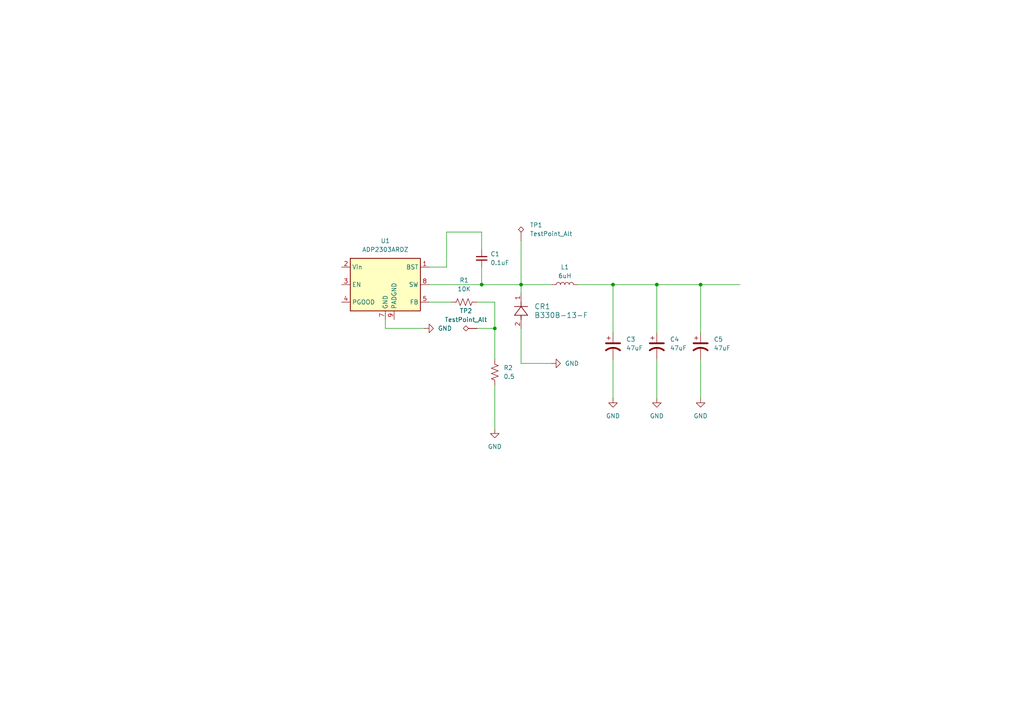
<source format=kicad_sch>
(kicad_sch (version 20250114) (generator "eeschema") (generator_version "9.0")
  (paper "A4")
  (lib_symbols
    (symbol "2025-11-01_22-47-16:B330B-13-F" (pin_names (offset 0.254))
      (property "Reference" "CR" (at 5.08 4.445 0))
      (property "Value" "B330B-13-F" (at 5.08 -3.81 0))
      (symbol "B330B-13-F_1_1"
        (polyline (pts (xy 2.54 0) (xy 3.4798 0)) (stroke (width 0.2032)))
        (polyline (pts (xy 3.175 0) (xy 3.81 0)) (stroke (width 0.2032)))
        (polyline (pts (xy 3.81 1.905) (xy 3.81 -1.905)) (stroke (width 0.2032)))
        (polyline (pts (xy 3.81 -1.905) (xy 6.35 0)) (stroke (width 0.2032)))
        (polyline (pts (xy 6.35 0) (xy 3.81 1.905)) (stroke (width 0.2032)))
        (polyline (pts (xy 6.35 0) (xy 7.62 0)) (stroke (width 0.2032)))
        (polyline (pts (xy 6.35 -1.905) (xy 6.35 1.905)) (stroke (width 0.2032)))
        (pin unspecified line (at 0 0 0) (length 2.54) (name "") (number "2"))
        (pin unspecified line (at 10.16 0 180) (length 2.54) (name "") (number "1"))
      )
      (symbol "B330B-13-F_1_2"
        (polyline (pts (xy -1.905 3.81) (xy 1.905 3.81)) (stroke (width 0.2032)))
        (polyline (pts (xy 0 6.35) (xy -1.905 3.81)) (stroke (width 0.2032)))
        (polyline (pts (xy 0 6.35) (xy 0 7.62)) (stroke (width 0.2032)))
        (polyline (pts (xy 0 3.175) (xy 0 3.81)) (stroke (width 0.2032)))
        (polyline (pts (xy 0 2.54) (xy 0 3.4798)) (stroke (width 0.2032)))
        (polyline (pts (xy 1.905 6.35) (xy -1.905 6.35)) (stroke (width 0.2032)))
        (polyline (pts (xy 1.905 3.81) (xy 0 6.35)) (stroke (width 0.2032)))
        (pin unspecified line (at 0 10.16 270) (length 2.54) (name "") (number "1"))
        (pin unspecified line (at 0 0 90) (length 2.54) (name "") (number "2"))
      )
    )
    (symbol "Connector:TestPoint_Alt" (pin_numbers (hide yes)) (pin_names (offset 0.762) (hide yes))
      (property "Reference" "TP" (at 0 6.858 0))
      (property "Value" "TestPoint_Alt" (at 0 5.08 0))
      (symbol "TestPoint_Alt_0_1"
        (polyline (pts (xy 0 2.54) (xy -0.762 3.302) (xy 0 4.064) (xy 0.762 3.302) (xy 0 2.54)))
      )
      (symbol "TestPoint_Alt_1_1"
        (pin passive line (at 0 0 90) (length 2.54) (name "1") (number "1"))
      )
    )
    (symbol "Device:C_Polarized_US" (pin_numbers (hide yes)) (pin_names (offset 0.254) (hide yes))
      (property "Reference" "C" (at 0.635 2.54 0))
      (property "Value" "C_Polarized_US" (at 0.635 -2.54 0))
      (symbol "C_Polarized_US_0_1"
        (polyline (pts (xy -2.032 0.762) (xy 2.032 0.762)) (stroke (width 0.508)))
        (polyline (pts (xy -1.778 2.286) (xy -0.762 2.286)))
        (polyline (pts (xy -1.27 1.778) (xy -1.27 2.794)))
        (arc (start -2.032 -1.27) (mid 0 -0.5572) (end 2.032 -1.27) (stroke (width 0.508)))
      )
      (symbol "C_Polarized_US_1_1"
        (pin passive line (at 0 3.81 270) (length 2.794) (name "~") (number "1"))
        (pin passive line (at 0 -3.81 90) (length 3.302) (name "~") (number "2"))
      )
    )
    (symbol "Device:C_Small" (pin_numbers (hide yes)) (pin_names (offset 0.254) (hide yes))
      (property "Reference" "C" (at 0.254 1.778 0))
      (property "Value" "C_Small" (at 0.254 -2.032 0))
      (symbol "C_Small_0_1"
        (polyline (pts (xy -1.524 0.508) (xy 1.524 0.508)) (stroke (width 0.3048)))
        (polyline (pts (xy -1.524 -0.508) (xy 1.524 -0.508)) (stroke (width 0.3302)))
      )
      (symbol "C_Small_1_1"
        (pin passive line (at 0 2.54 270) (length 2.032) (name "~") (number "1"))
        (pin passive line (at 0 -2.54 90) (length 2.032) (name "~") (number "2"))
      )
    )
    (symbol "Device:L" (pin_numbers (hide yes)) (pin_names (offset 1.016) (hide yes))
      (property "Reference" "L" (at -1.27 0 90))
      (property "Value" "L" (at 1.905 0 90))
      (symbol "L_0_1"
        (arc (start 0 2.54) (mid 0.6323 1.905) (end 0 1.27))
        (arc (start 0 1.27) (mid 0.6323 0.635) (end 0 0))
        (arc (start 0 0) (mid 0.6323 -0.635) (end 0 -1.27))
        (arc (start 0 -1.27) (mid 0.6323 -1.905) (end 0 -2.54))
      )
      (symbol "L_1_1"
        (pin passive line (at 0 3.81 270) (length 1.27) (name "1") (number "1"))
        (pin passive line (at 0 -3.81 90) (length 1.27) (name "2") (number "2"))
      )
    )
    (symbol "Device:R_US" (pin_numbers (hide yes)) (pin_names (offset 0))
      (property "Reference" "R" (at 2.54 0 90))
      (property "Value" "R_US" (at -2.54 0 90))
      (symbol "R_US_0_1"
        (polyline (pts (xy 0 2.286) (xy 0 2.54)))
        (polyline (pts (xy 0 2.286) (xy 1.016 1.905) (xy 0 1.524) (xy -1.016 1.143) (xy 0 0.762)))
        (polyline (pts (xy 0 0.762) (xy 1.016 0.381) (xy 0 0) (xy -1.016 -0.381) (xy 0 -0.762)))
        (polyline (pts (xy 0 -0.762) (xy 1.016 -1.143) (xy 0 -1.524) (xy -1.016 -1.905) (xy 0 -2.286)))
        (polyline (pts (xy 0 -2.286) (xy 0 -2.54)))
      )
      (symbol "R_US_1_1"
        (pin passive line (at 0 3.81 270) (length 1.27) (name "~") (number "1"))
        (pin passive line (at 0 -3.81 90) (length 1.27) (name "~") (number "2"))
      )
    )
    (symbol "Regulator_Switching:ADP2303ARDZ"
      (property "Reference" "U" (at -10.16 8.89 0))
      (property "Value" "ADP2303ARDZ" (at -3.81 8.89 0))
      (symbol "ADP2303ARDZ_0_1"
        (rectangle (start -10.16 7.62) (end 10.16 -7.62) (stroke (width 0.254)) (fill (type background)))
      )
      (symbol "ADP2303ARDZ_1_1"
        (pin power_in line (at -12.7 5.08 0) (length 2.54) (name "Vin") (number "2"))
        (pin input line (at -12.7 0 0) (length 2.54) (name "EN") (number "3"))
        (pin output line (at -12.7 -5.08 0) (length 2.54) (name "PGOOD") (number "4"))
        (pin no_connect line (at -10.16 2.54 0) (length 2.54) (hide yes) (name "NC") (number "6"))
        (pin power_in line (at 0 -10.16 90) (length 2.54) (name "GND") (number "7"))
        (pin power_in line (at 2.54 -10.16 90) (length 2.54) (name "PADGND") (number "9"))
        (pin input line (at 12.7 5.08 180) (length 2.54) (name "BST") (number "1"))
        (pin power_out line (at 12.7 0 180) (length 2.54) (name "SW") (number "8"))
        (pin input line (at 12.7 -5.08 180) (length 2.54) (name "FB") (number "5"))
      )
    )
    (symbol "power:GND" (power) (pin_numbers (hide yes)) (pin_names (offset 0) (hide yes))
      (property "Value" "GND" (at 0 -3.81 0))
      (symbol "GND_0_1"
        (polyline (pts (xy 0 0) (xy 0 -1.27) (xy 1.27 -1.27) (xy 0 -2.54) (xy -1.27 -1.27) (xy 0 -1.27)))
      )
      (symbol "GND_1_1"
        (pin power_in line (at 0 0 270) (length 0) (name "~") (number "1"))
      )
    )
  )
  (junction (at 139.7 82.55))
  (junction (at 143.51 95.25))
  (junction (at 177.8 82.55))
  (junction (at 203.2 82.55))
  (junction (at 190.5 82.55))
  (junction (at 151.13 82.55))
  (wire (pts (xy 151.13 82.55) (xy 151.13 85.09)))
  (wire (pts (xy 143.51 111.76) (xy 143.51 124.46)))
  (wire (pts (xy 151.13 105.41) (xy 160.02 105.41)))
  (wire (pts (xy 151.13 69.85) (xy 151.13 82.55)))
  (wire (pts (xy 177.8 82.55) (xy 177.8 96.52)))
  (wire (pts (xy 139.7 67.31) (xy 139.7 72.39)))
  (wire (pts (xy 203.2 82.55) (xy 203.2 96.52)))
  (wire (pts (xy 139.7 77.47) (xy 139.7 82.55)))
  (wire (pts (xy 177.8 104.14) (xy 177.8 115.57)))
  (wire (pts (xy 129.54 67.31) (xy 139.7 67.31)))
  (wire (pts (xy 167.64 82.55) (xy 177.8 82.55)))
  (wire (pts (xy 190.5 104.14) (xy 190.5 115.57)))
  (wire (pts (xy 124.46 82.55) (xy 139.7 82.55)))
  (wire (pts (xy 190.5 82.55) (xy 203.2 82.55)))
  (wire (pts (xy 143.51 104.14) (xy 143.51 95.25)))
  (wire (pts (xy 123.19 95.25) (xy 111.76 95.25)))
  (wire (pts (xy 203.2 82.55) (xy 214.63 82.55)))
  (wire (pts (xy 138.43 95.25) (xy 143.51 95.25)))
  (wire (pts (xy 124.46 87.63) (xy 130.81 87.63)))
  (wire (pts (xy 151.13 95.25) (xy 151.13 105.41)))
  (wire (pts (xy 138.43 87.63) (xy 143.51 87.63)))
  (wire (pts (xy 129.54 77.47) (xy 129.54 67.31)))
  (wire (pts (xy 151.13 82.55) (xy 160.02 82.55)))
  (wire (pts (xy 143.51 95.25) (xy 143.51 87.63)))
  (wire (pts (xy 124.46 77.47) (xy 129.54 77.47)))
  (wire (pts (xy 177.8 82.55) (xy 190.5 82.55)))
  (wire (pts (xy 190.5 82.55) (xy 190.5 96.52)))
  (wire (pts (xy 111.76 95.25) (xy 111.76 92.71)))
  (wire (pts (xy 203.2 104.14) (xy 203.2 115.57)))
  (wire (pts (xy 139.7 82.55) (xy 151.13 82.55)))
  (symbol (lib_id "power:GND") (at 160.02 105.41 90) (unit 1)
    (property "Reference" "#PWR06" (effects (hide yes)))
    (property "Value" "GND" (at 163.83 105.4099 90) (effects (justify right)))
    (property "Description" "Power symbol creates a global label with name \"GND\" , ground" (effects (hide yes)))
  )
  (symbol (lib_id "Connector:TestPoint_Alt") (at 138.43 95.25 90) (unit 1)
    (property "Reference" "TP2" (at 135.128 90.17 90))
    (property "Value" "TestPoint_Alt" (at 135.128 92.71 90))
    (property "Description" "test point (alternative shape)" (effects (hide yes)))
  )
  (symbol (lib_id "Device:C_Polarized_US") (at 177.8 100.33 0) (unit 1)
    (property "Reference" "C3" (at 181.61 98.4249 0) (effects (justify left)))
    (property "Value" "47uF" (at 181.61 100.9649 0) (effects (justify left)))
    (property "Description" "Polarized capacitor, US symbol" (effects (hide yes)))
  )
  (symbol (lib_id "power:GND") (at 203.2 115.57 0) (unit 1)
    (property "Reference" "#PWR03" (effects (hide yes)))
    (property "Value" "GND" (at 203.2 120.65 0))
    (property "Description" "Power symbol creates a global label with name \"GND\" , ground" (effects (hide yes)))
  )
  (symbol (lib_id "Regulator_Switching:ADP2303ARDZ") (at 111.76 82.55 0) (unit 1)
    (property "Reference" "U1" (at 111.76 69.85 0))
    (property "Value" "ADP2303ARDZ" (at 111.76 72.39 0))
    (property "Footprint" "Package_SO:SOIC-8-1EP_3.9x4.9mm_P1.27mm_EP2.29x3mm" (effects (hide yes)))
    (property "Datasheet" "https://www.analog.com/media/en/technical-documentation/data-sheets/ADP2302_2303.pdf" (effects (hide yes)))
    (property "Description" "Nonsynchronous Step-Down Regulator 3 Amp Vout Adjustable SOIC-8" (effects (hide yes)))
  )
  (symbol (lib_id "2025-11-01_22-47-16:B330B-13-F") (at 151.13 95.25 90) (unit 1)
    (property "Reference" "CR1" (at 154.94 88.8999 90) (effects (font (size 1.524 1.524)) (justify right)))
    (property "Value" "B330B-13-F" (at 154.94 91.4399 90) (effects (font (size 1.524 1.524)) (justify right)))
    (property "Footprint" "CR_SMB_320-345BE_DIO" (effects (hide yes)))
    (property "Datasheet" "B330B-13-F" (effects (hide yes)))
  )
  (symbol (lib_id "power:GND") (at 143.51 124.46 0) (unit 1)
    (property "Reference" "#PWR04" (effects (hide yes)))
    (property "Value" "GND" (at 143.51 129.54 0))
    (property "Description" "Power symbol creates a global label with name \"GND\" , ground" (effects (hide yes)))
  )
  (symbol (lib_id "Device:C_Small") (at 139.7 74.93 0) (unit 1)
    (property "Reference" "C1" (at 142.24 73.6662 0) (effects (justify left)))
    (property "Value" "0.1uF" (at 142.24 76.2062 0) (effects (justify left)))
    (property "Description" "Unpolarized capacitor, small symbol" (effects (hide yes)))
  )
  (symbol (lib_id "power:GND") (at 177.8 115.57 0) (unit 1)
    (property "Reference" "#PWR01" (effects (hide yes)))
    (property "Value" "GND" (at 177.8 120.65 0))
    (property "Description" "Power symbol creates a global label with name \"GND\" , ground" (effects (hide yes)))
  )
  (symbol (lib_id "Device:C_Polarized_US") (at 203.2 100.33 0) (unit 1)
    (property "Reference" "C5" (at 207.01 98.4249 0) (effects (justify left)))
    (property "Value" "47uF" (at 207.01 100.9649 0) (effects (justify left)))
    (property "Description" "Polarized capacitor, US symbol" (effects (hide yes)))
  )
  (symbol (lib_id "Device:R_US") (at 143.51 107.95 0) (unit 1)
    (property "Reference" "R2" (at 146.05 106.6799 0) (effects (justify left)))
    (property "Value" "0.5" (at 146.05 109.2199 0) (effects (justify left)))
    (property "Description" "Resistor, US symbol" (effects (hide yes)))
  )
  (symbol (lib_id "Device:C_Polarized_US") (at 190.5 100.33 0) (unit 1)
    (property "Reference" "C4" (at 194.31 98.4249 0) (effects (justify left)))
    (property "Value" "47uF" (at 194.31 100.9649 0) (effects (justify left)))
    (property "Description" "Polarized capacitor, US symbol" (effects (hide yes)))
  )
  (symbol (lib_id "Device:R_US") (at 134.62 87.63 90) (unit 1)
    (property "Reference" "R1" (at 134.62 81.28 90))
    (property "Value" "10K" (at 134.62 83.82 90))
    (property "Description" "Resistor, US symbol" (effects (hide yes)))
  )
  (symbol (lib_id "Connector:TestPoint_Alt") (at 151.13 69.85 0) (unit 1)
    (property "Reference" "TP1" (at 153.67 65.2779 0) (effects (justify left)))
    (property "Value" "TestPoint_Alt" (at 153.67 67.8179 0) (effects (justify left)))
    (property "Description" "test point (alternative shape)" (effects (hide yes)))
  )
  (symbol (lib_id "power:GND") (at 190.5 115.57 0) (unit 1)
    (property "Reference" "#PWR02" (effects (hide yes)))
    (property "Value" "GND" (at 190.5 120.65 0))
    (property "Description" "Power symbol creates a global label with name \"GND\" , ground" (effects (hide yes)))
  )
  (symbol (lib_id "Device:L") (at 163.83 82.55 90) (unit 1)
    (property "Reference" "L1" (at 163.83 77.47 90))
    (property "Value" "6uH" (at 163.83 80.01 90))
    (property "Description" "Inductor" (effects (hide yes)))
  )
  (symbol (lib_id "power:GND") (at 123.19 95.25 90) (unit 1)
    (property "Reference" "#PWR05" (effects (hide yes)))
    (property "Value" "GND" (at 127 95.2499 90) (effects (justify right)))
    (property "Description" "Power symbol creates a global label with name \"GND\" , ground" (effects (hide yes)))
  )
)
</source>
